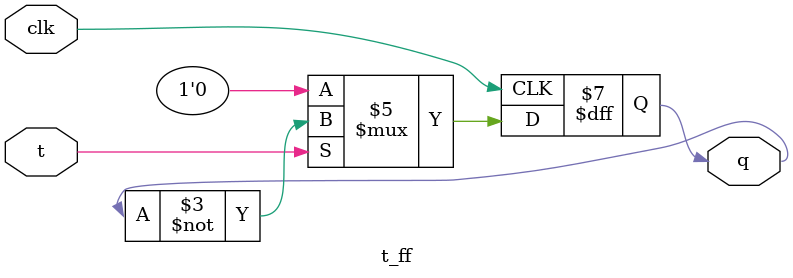
<source format=v>
module t_ff(input t, clk,
            output reg q);
  always @ (posedge clk)
    begin
     if(t==0)
	 q=0;
	 else
	 q=~q;
      	 
    end
endmodule

</source>
